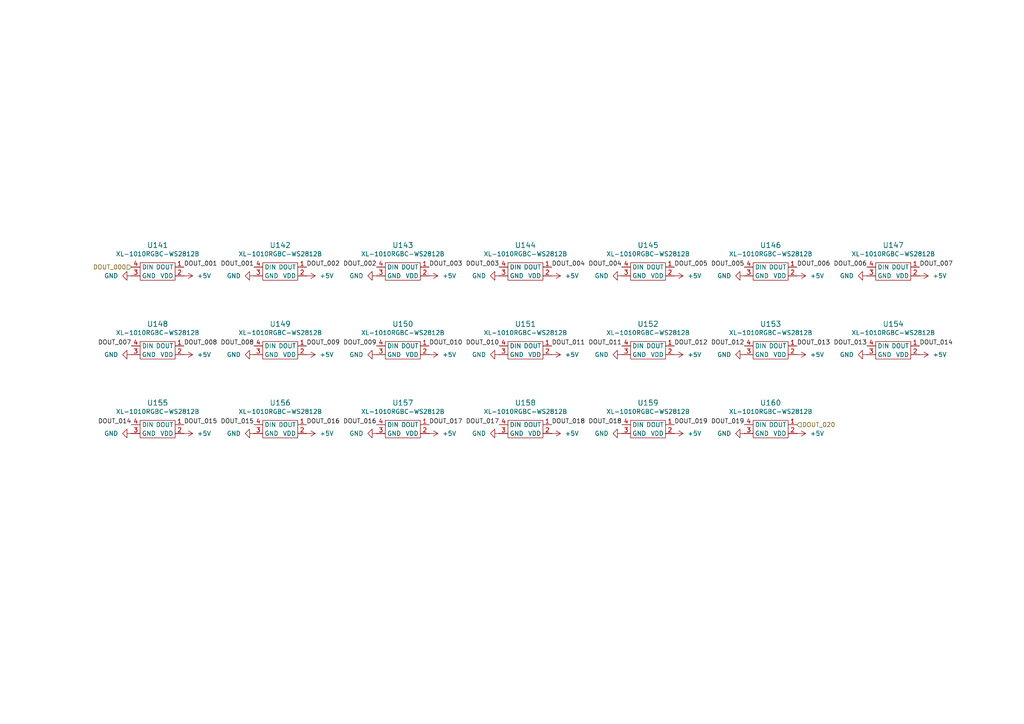
<source format=kicad_sch>
(kicad_sch (version 20250114) (generator "eeschema") (generator_version "9.0")
  (paper "A4")
  (lib_symbols
    (symbol "SK6805-EC10-000:SK6805_EC10-000"
      (property "Reference" "U" (at -2.54 3.556 0))
      (property "Value" "XL-1010RGBC-WS2812B" (at 1.016 -3.81 0))
      (symbol "SK6805_EC10-000_1_1"
        (rectangle (start -5.08 2.54) (end 5.08 -2.54))
        (pin passive line (at -7.62 1.27 0) (length 2.54) (name "DIN") (number "4"))
        (pin passive line (at -7.62 -1.27 0) (length 2.54) (name "GND") (number "3"))
        (pin passive line (at 7.62 1.27 180) (length 2.54) (name "DOUT") (number "1"))
        (pin passive line (at 7.62 -1.27 180) (length 2.54) (name "VDD") (number "2"))
      )
    )
    (symbol "power:+5V" (power) (pin_numbers (hide yes)) (pin_names (offset 0) (hide yes))
      (property "Value" "+5V" (at 0 3.556 0))
      (symbol "+5V_0_1"
        (polyline (pts (xy -0.762 1.27) (xy 0 2.54)))
        (polyline (pts (xy 0 2.54) (xy 0.762 1.27)))
        (polyline (pts (xy 0 0) (xy 0 2.54)))
      )
      (symbol "+5V_1_1"
        (pin power_in line (at 0 0 90) (length 0) (name "~") (number "1"))
      )
    )
    (symbol "power:GND" (power) (pin_numbers (hide yes)) (pin_names (offset 0) (hide yes))
      (property "Value" "GND" (at 0 -3.81 0))
      (symbol "GND_0_1"
        (polyline (pts (xy 0 0) (xy 0 -1.27) (xy 1.27 -1.27) (xy 0 -2.54) (xy -1.27 -1.27) (xy 0 -1.27)))
      )
      (symbol "GND_1_1"
        (pin power_in line (at 0 0 270) (length 0) (name "~") (number "1"))
      )
    )
  )
  (label "DOUT_017" (at 144.78 123.19 180))
  (label "DOUT_013" (at 231.14 100.33 0))
  (label "DOUT_002" (at 88.9 77.47 0))
  (label "DOUT_012" (at 215.9 100.33 180))
  (label "DOUT_004" (at 180.34 77.47 180))
  (label "DOUT_015" (at 73.66 123.19 180))
  (label "DOUT_004" (at 160.02 77.47 0))
  (label "DOUT_003" (at 144.78 77.47 180))
  (label "DOUT_011" (at 180.34 100.33 180))
  (label "DOUT_015" (at 53.34 123.19 0))
  (label "DOUT_014" (at 38.1 123.19 180))
  (label "DOUT_001" (at 53.34 77.47 0))
  (label "DOUT_002" (at 109.22 77.47 180))
  (label "DOUT_016" (at 88.9 123.19 0))
  (label "DOUT_010" (at 124.46 100.33 0))
  (label "DOUT_003" (at 124.46 77.47 0))
  (label "DOUT_005" (at 215.9 77.47 180))
  (label "DOUT_016" (at 109.22 123.19 180))
  (label "DOUT_012" (at 195.58 100.33 0))
  (label "DOUT_019" (at 195.58 123.19 0))
  (label "DOUT_001" (at 73.66 77.47 180))
  (label "DOUT_014" (at 266.7 100.33 0))
  (label "DOUT_006" (at 251.46 77.47 180))
  (label "DOUT_018" (at 160.02 123.19 0))
  (label "DOUT_017" (at 124.46 123.19 0))
  (label "DOUT_007" (at 266.7 77.47 0))
  (label "DOUT_009" (at 109.22 100.33 180))
  (label "DOUT_008" (at 73.66 100.33 180))
  (label "DOUT_007" (at 38.1 100.33 180))
  (label "DOUT_009" (at 88.9 100.33 0))
  (label "DOUT_018" (at 180.34 123.19 180))
  (label "DOUT_019" (at 215.9 123.19 180))
  (label "DOUT_008" (at 53.34 100.33 0))
  (label "DOUT_013" (at 251.46 100.33 180))
  (label "DOUT_011" (at 160.02 100.33 0))
  (label "DOUT_005" (at 195.58 77.47 0))
  (label "DOUT_010" (at 144.78 100.33 180))
  (label "DOUT_006" (at 231.14 77.47 0))
  (hierarchical_label "DOUT_020" (shape input) (at 231.14 123.19 0))
  (hierarchical_label "DOUT_000" (shape input) (at 38.1 77.47 180))
  (symbol (lib_id "SK6805-EC10-000:SK6805_EC10-000") (at 223.52 101.6 0) (unit 1)
    (property "Reference" "U153" (at 223.52 93.98 0) (effects (font (size 1.524 1.524))))
    (property "Value" "XL-1010RGBC-WS2812B" (at 223.52 96.52 0))
    (property "Footprint" "SK6805-EC10-000:SMD-4P,1.1x1.1mm" (effects (hide yes)))
    (property "Datasheet" "4492" (effects (hide yes)))
    (property "LCSC" "C5349953" (effects (hide yes)))
  )
  (symbol (lib_id "power:+5V") (at 53.34 125.73 270) (unit 1)
    (property "Reference" "#PWR572" (effects (hide yes)))
    (property "Value" "+5V" (at 57.15 125.7301 90) (effects (justify left)))
    (property "Description" "Power symbol creates a global label with name \"+5V\"" (effects (hide yes)))
  )
  (symbol (lib_id "SK6805-EC10-000:SK6805_EC10-000") (at 152.4 124.46 0) (unit 1)
    (property "Reference" "U158" (at 152.4 116.84 0) (effects (font (size 1.524 1.524))))
    (property "Value" "XL-1010RGBC-WS2812B" (at 152.4 119.38 0))
    (property "Footprint" "SK6805-EC10-000:SMD-4P,1.1x1.1mm" (effects (hide yes)))
    (property "Datasheet" "4492" (effects (hide yes)))
    (property "LCSC" "C5349953" (effects (hide yes)))
  )
  (symbol (lib_id "power:+5V") (at 160.02 80.01 270) (unit 1)
    (property "Reference" "#PWR606" (effects (hide yes)))
    (property "Value" "+5V" (at 163.83 80.0101 90) (effects (justify left)))
    (property "Description" "Power symbol creates a global label with name \"+5V\"" (effects (hide yes)))
  )
  (symbol (lib_id "SK6805-EC10-000:SK6805_EC10-000") (at 223.52 124.46 0) (unit 1)
    (property "Reference" "U160" (at 223.52 116.84 0) (effects (font (size 1.524 1.524))))
    (property "Value" "XL-1010RGBC-WS2812B" (at 223.52 119.38 0))
    (property "Footprint" "SK6805-EC10-000:SMD-4P,1.1x1.1mm" (effects (hide yes)))
    (property "Datasheet" "4492" (effects (hide yes)))
    (property "LCSC" "C5349953" (effects (hide yes)))
  )
  (symbol (lib_id "power:+5V") (at 160.02 102.87 270) (unit 1)
    (property "Reference" "#PWR607" (effects (hide yes)))
    (property "Value" "+5V" (at 163.83 102.8701 90) (effects (justify left)))
    (property "Description" "Power symbol creates a global label with name \"+5V\"" (effects (hide yes)))
  )
  (symbol (lib_id "SK6805-EC10-000:SK6805_EC10-000") (at 81.28 101.6 0) (unit 1)
    (property "Reference" "U149" (at 81.28 93.98 0) (effects (font (size 1.524 1.524))))
    (property "Value" "XL-1010RGBC-WS2812B" (at 81.28 96.52 0))
    (property "Footprint" "SK6805-EC10-000:SMD-4P,1.1x1.1mm" (effects (hide yes)))
    (property "Datasheet" "4492" (effects (hide yes)))
    (property "LCSC" "C5349953" (effects (hide yes)))
  )
  (symbol (lib_id "SK6805-EC10-000:SK6805_EC10-000") (at 116.84 124.46 0) (unit 1)
    (property "Reference" "U157" (at 116.84 116.84 0) (effects (font (size 1.524 1.524))))
    (property "Value" "XL-1010RGBC-WS2812B" (at 116.84 119.38 0))
    (property "Footprint" "SK6805-EC10-000:SMD-4P,1.1x1.1mm" (effects (hide yes)))
    (property "Datasheet" "4492" (effects (hide yes)))
    (property "LCSC" "C5349953" (effects (hide yes)))
  )
  (symbol (lib_id "SK6805-EC10-000:SK6805_EC10-000") (at 259.08 101.6 0) (unit 1)
    (property "Reference" "U154" (at 259.08 93.98 0) (effects (font (size 1.524 1.524))))
    (property "Value" "XL-1010RGBC-WS2812B" (at 259.08 96.52 0))
    (property "Footprint" "SK6805-EC10-000:SMD-4P,1.1x1.1mm" (effects (hide yes)))
    (property "Datasheet" "4492" (effects (hide yes)))
    (property "LCSC" "C5349953" (effects (hide yes)))
  )
  (symbol (lib_id "SK6805-EC10-000:SK6805_EC10-000") (at 81.28 124.46 0) (unit 1)
    (property "Reference" "U156" (at 81.28 116.84 0) (effects (font (size 1.524 1.524))))
    (property "Value" "XL-1010RGBC-WS2812B" (at 81.28 119.38 0))
    (property "Footprint" "SK6805-EC10-000:SMD-4P,1.1x1.1mm" (effects (hide yes)))
    (property "Datasheet" "4492" (effects (hide yes)))
    (property "LCSC" "C5349953" (effects (hide yes)))
  )
  (symbol (lib_id "power:GND") (at 144.78 80.01 270) (unit 1)
    (property "Reference" "#PWR597" (effects (hide yes)))
    (property "Value" "GND" (at 140.97 80.0099 90) (effects (justify right)))
    (property "Description" "Power symbol creates a global label with name \"GND\" , ground" (effects (hide yes)))
  )
  (symbol (lib_id "SK6805-EC10-000:SK6805_EC10-000") (at 152.4 101.6 0) (unit 1)
    (property "Reference" "U151" (at 152.4 93.98 0) (effects (font (size 1.524 1.524))))
    (property "Value" "XL-1010RGBC-WS2812B" (at 152.4 96.52 0))
    (property "Footprint" "SK6805-EC10-000:SMD-4P,1.1x1.1mm" (effects (hide yes)))
    (property "Datasheet" "4492" (effects (hide yes)))
    (property "LCSC" "C5349953" (effects (hide yes)))
  )
  (symbol (lib_id "power:+5V") (at 160.02 125.73 270) (unit 1)
    (property "Reference" "#PWR608" (effects (hide yes)))
    (property "Value" "+5V" (at 163.83 125.7301 90) (effects (justify left)))
    (property "Description" "Power symbol creates a global label with name \"+5V\"" (effects (hide yes)))
  )
  (symbol (lib_id "power:+5V") (at 88.9 125.73 270) (unit 1)
    (property "Reference" "#PWR584" (effects (hide yes)))
    (property "Value" "+5V" (at 92.71 125.7301 90) (effects (justify left)))
    (property "Description" "Power symbol creates a global label with name \"+5V\"" (effects (hide yes)))
  )
  (symbol (lib_id "SK6805-EC10-000:SK6805_EC10-000") (at 45.72 101.6 0) (unit 1)
    (property "Reference" "U148" (at 45.72 93.98 0) (effects (font (size 1.524 1.524))))
    (property "Value" "XL-1010RGBC-WS2812B" (at 45.72 96.52 0))
    (property "Footprint" "SK6805-EC10-000:SMD-4P,1.1x1.1mm" (effects (hide yes)))
    (property "Datasheet" "4492" (effects (hide yes)))
    (property "LCSC" "C5349953" (effects (hide yes)))
  )
  (symbol (lib_id "power:GND") (at 38.1 125.73 270) (unit 1)
    (property "Reference" "#PWR563" (effects (hide yes)))
    (property "Value" "GND" (at 34.29 125.7299 90) (effects (justify right)))
    (property "Description" "Power symbol creates a global label with name \"GND\" , ground" (effects (hide yes)))
  )
  (symbol (lib_id "power:GND") (at 180.34 80.01 270) (unit 1)
    (property "Reference" "#PWR609" (effects (hide yes)))
    (property "Value" "GND" (at 176.53 80.0099 90) (effects (justify right)))
    (property "Description" "Power symbol creates a global label with name \"GND\" , ground" (effects (hide yes)))
  )
  (symbol (lib_id "power:GND") (at 109.22 125.73 270) (unit 1)
    (property "Reference" "#PWR587" (effects (hide yes)))
    (property "Value" "GND" (at 105.41 125.7299 90) (effects (justify right)))
    (property "Description" "Power symbol creates a global label with name \"GND\" , ground" (effects (hide yes)))
  )
  (symbol (lib_id "power:GND") (at 73.66 125.73 270) (unit 1)
    (property "Reference" "#PWR575" (effects (hide yes)))
    (property "Value" "GND" (at 69.85 125.7299 90) (effects (justify right)))
    (property "Description" "Power symbol creates a global label with name \"GND\" , ground" (effects (hide yes)))
  )
  (symbol (lib_id "SK6805-EC10-000:SK6805_EC10-000") (at 223.52 78.74 0) (unit 1)
    (property "Reference" "U146" (at 223.52 71.12 0) (effects (font (size 1.524 1.524))))
    (property "Value" "XL-1010RGBC-WS2812B" (at 223.52 73.66 0))
    (property "Footprint" "SK6805-EC10-000:SMD-4P,1.1x1.1mm" (effects (hide yes)))
    (property "Datasheet" "4492" (effects (hide yes)))
    (property "LCSC" "C5349953" (effects (hide yes)))
  )
  (symbol (lib_id "power:GND") (at 215.9 125.73 270) (unit 1)
    (property "Reference" "#PWR623" (effects (hide yes)))
    (property "Value" "GND" (at 212.09 125.7299 90) (effects (justify right)))
    (property "Description" "Power symbol creates a global label with name \"GND\" , ground" (effects (hide yes)))
  )
  (symbol (lib_id "power:+5V") (at 195.58 80.01 270) (unit 1)
    (property "Reference" "#PWR618" (effects (hide yes)))
    (property "Value" "+5V" (at 199.39 80.0101 90) (effects (justify left)))
    (property "Description" "Power symbol creates a global label with name \"+5V\"" (effects (hide yes)))
  )
  (symbol (lib_id "power:+5V") (at 266.7 102.87 270) (unit 1)
    (property "Reference" "#PWR640" (effects (hide yes)))
    (property "Value" "+5V" (at 270.51 102.8701 90) (effects (justify left)))
    (property "Description" "Power symbol creates a global label with name \"+5V\"" (effects (hide yes)))
  )
  (symbol (lib_id "SK6805-EC10-000:SK6805_EC10-000") (at 45.72 78.74 0) (unit 1)
    (property "Reference" "U141" (at 45.72 71.12 0) (effects (font (size 1.524 1.524))))
    (property "Value" "XL-1010RGBC-WS2812B" (at 45.72 73.66 0))
    (property "Footprint" "SK6805-EC10-000:SMD-4P,1.1x1.1mm" (effects (hide yes)))
    (property "Datasheet" "4492" (effects (hide yes)))
    (property "LCSC" "C5349953" (effects (hide yes)))
  )
  (symbol (lib_id "power:+5V") (at 231.14 125.73 270) (unit 1)
    (property "Reference" "#PWR632" (effects (hide yes)))
    (property "Value" "+5V" (at 234.95 125.7301 90) (effects (justify left)))
    (property "Description" "Power symbol creates a global label with name \"+5V\"" (effects (hide yes)))
  )
  (symbol (lib_id "power:+5V") (at 266.7 80.01 270) (unit 1)
    (property "Reference" "#PWR639" (effects (hide yes)))
    (property "Value" "+5V" (at 270.51 80.0101 90) (effects (justify left)))
    (property "Description" "Power symbol creates a global label with name \"+5V\"" (effects (hide yes)))
  )
  (symbol (lib_id "power:GND") (at 109.22 80.01 270) (unit 1)
    (property "Reference" "#PWR585" (effects (hide yes)))
    (property "Value" "GND" (at 105.41 80.0099 90) (effects (justify right)))
    (property "Description" "Power symbol creates a global label with name \"GND\" , ground" (effects (hide yes)))
  )
  (symbol (lib_id "SK6805-EC10-000:SK6805_EC10-000") (at 187.96 124.46 0) (unit 1)
    (property "Reference" "U159" (at 187.96 116.84 0) (effects (font (size 1.524 1.524))))
    (property "Value" "XL-1010RGBC-WS2812B" (at 187.96 119.38 0))
    (property "Footprint" "SK6805-EC10-000:SMD-4P,1.1x1.1mm" (effects (hide yes)))
    (property "Datasheet" "4492" (effects (hide yes)))
    (property "LCSC" "C5349953" (effects (hide yes)))
  )
  (symbol (lib_id "power:GND") (at 73.66 102.87 270) (unit 1)
    (property "Reference" "#PWR574" (effects (hide yes)))
    (property "Value" "GND" (at 69.85 102.8699 90) (effects (justify right)))
    (property "Description" "Power symbol creates a global label with name \"GND\" , ground" (effects (hide yes)))
  )
  (symbol (lib_id "power:GND") (at 215.9 80.01 270) (unit 1)
    (property "Reference" "#PWR621" (effects (hide yes)))
    (property "Value" "GND" (at 212.09 80.0099 90) (effects (justify right)))
    (property "Description" "Power symbol creates a global label with name \"GND\" , ground" (effects (hide yes)))
  )
  (symbol (lib_id "power:GND") (at 73.66 80.01 270) (unit 1)
    (property "Reference" "#PWR573" (effects (hide yes)))
    (property "Value" "GND" (at 69.85 80.0099 90) (effects (justify right)))
    (property "Description" "Power symbol creates a global label with name \"GND\" , ground" (effects (hide yes)))
  )
  (symbol (lib_id "power:+5V") (at 53.34 80.01 270) (unit 1)
    (property "Reference" "#PWR570" (effects (hide yes)))
    (property "Value" "+5V" (at 57.15 80.0101 90) (effects (justify left)))
    (property "Description" "Power symbol creates a global label with name \"+5V\"" (effects (hide yes)))
  )
  (symbol (lib_id "power:GND") (at 215.9 102.87 270) (unit 1)
    (property "Reference" "#PWR622" (effects (hide yes)))
    (property "Value" "GND" (at 212.09 102.8699 90) (effects (justify right)))
    (property "Description" "Power symbol creates a global label with name \"GND\" , ground" (effects (hide yes)))
  )
  (symbol (lib_id "power:+5V") (at 88.9 102.87 270) (unit 1)
    (property "Reference" "#PWR583" (effects (hide yes)))
    (property "Value" "+5V" (at 92.71 102.8701 90) (effects (justify left)))
    (property "Description" "Power symbol creates a global label with name \"+5V\"" (effects (hide yes)))
  )
  (symbol (lib_id "power:+5V") (at 124.46 80.01 270) (unit 1)
    (property "Reference" "#PWR594" (effects (hide yes)))
    (property "Value" "+5V" (at 128.27 80.0101 90) (effects (justify left)))
    (property "Description" "Power symbol creates a global label with name \"+5V\"" (effects (hide yes)))
  )
  (symbol (lib_id "SK6805-EC10-000:SK6805_EC10-000") (at 45.72 124.46 0) (unit 1)
    (property "Reference" "U155" (at 45.72 116.84 0) (effects (font (size 1.524 1.524))))
    (property "Value" "XL-1010RGBC-WS2812B" (at 45.72 119.38 0))
    (property "Footprint" "SK6805-EC10-000:SMD-4P,1.1x1.1mm" (effects (hide yes)))
    (property "Datasheet" "4492" (effects (hide yes)))
    (property "LCSC" "C5349953" (effects (hide yes)))
  )
  (symbol (lib_id "power:GND") (at 144.78 125.73 270) (unit 1)
    (property "Reference" "#PWR599" (effects (hide yes)))
    (property "Value" "GND" (at 140.97 125.7299 90) (effects (justify right)))
    (property "Description" "Power symbol creates a global label with name \"GND\" , ground" (effects (hide yes)))
  )
  (symbol (lib_id "power:GND") (at 109.22 102.87 270) (unit 1)
    (property "Reference" "#PWR586" (effects (hide yes)))
    (property "Value" "GND" (at 105.41 102.8699 90) (effects (justify right)))
    (property "Description" "Power symbol creates a global label with name \"GND\" , ground" (effects (hide yes)))
  )
  (symbol (lib_id "SK6805-EC10-000:SK6805_EC10-000") (at 259.08 78.74 0) (unit 1)
    (property "Reference" "U147" (at 259.08 71.12 0) (effects (font (size 1.524 1.524))))
    (property "Value" "XL-1010RGBC-WS2812B" (at 259.08 73.66 0))
    (property "Footprint" "SK6805-EC10-000:SMD-4P,1.1x1.1mm" (effects (hide yes)))
    (property "Datasheet" "4492" (effects (hide yes)))
    (property "LCSC" "C5349953" (effects (hide yes)))
  )
  (symbol (lib_id "power:+5V") (at 195.58 102.87 270) (unit 1)
    (property "Reference" "#PWR619" (effects (hide yes)))
    (property "Value" "+5V" (at 199.39 102.8701 90) (effects (justify left)))
    (property "Description" "Power symbol creates a global label with name \"+5V\"" (effects (hide yes)))
  )
  (symbol (lib_id "power:+5V") (at 88.9 80.01 270) (unit 1)
    (property "Reference" "#PWR582" (effects (hide yes)))
    (property "Value" "+5V" (at 92.71 80.0101 90) (effects (justify left)))
    (property "Description" "Power symbol creates a global label with name \"+5V\"" (effects (hide yes)))
  )
  (symbol (lib_id "power:+5V") (at 124.46 102.87 270) (unit 1)
    (property "Reference" "#PWR595" (effects (hide yes)))
    (property "Value" "+5V" (at 128.27 102.8701 90) (effects (justify left)))
    (property "Description" "Power symbol creates a global label with name \"+5V\"" (effects (hide yes)))
  )
  (symbol (lib_id "power:+5V") (at 53.34 102.87 270) (unit 1)
    (property "Reference" "#PWR571" (effects (hide yes)))
    (property "Value" "+5V" (at 57.15 102.8701 90) (effects (justify left)))
    (property "Description" "Power symbol creates a global label with name \"+5V\"" (effects (hide yes)))
  )
  (symbol (lib_id "power:GND") (at 144.78 102.87 270) (unit 1)
    (property "Reference" "#PWR598" (effects (hide yes)))
    (property "Value" "GND" (at 140.97 102.8699 90) (effects (justify right)))
    (property "Description" "Power symbol creates a global label with name \"GND\" , ground" (effects (hide yes)))
  )
  (symbol (lib_id "power:GND") (at 180.34 102.87 270) (unit 1)
    (property "Reference" "#PWR610" (effects (hide yes)))
    (property "Value" "GND" (at 176.53 102.8699 90) (effects (justify right)))
    (property "Description" "Power symbol creates a global label with name \"GND\" , ground" (effects (hide yes)))
  )
  (symbol (lib_id "SK6805-EC10-000:SK6805_EC10-000") (at 116.84 101.6 0) (unit 1)
    (property "Reference" "U150" (at 116.84 93.98 0) (effects (font (size 1.524 1.524))))
    (property "Value" "XL-1010RGBC-WS2812B" (at 116.84 96.52 0))
    (property "Footprint" "SK6805-EC10-000:SMD-4P,1.1x1.1mm" (effects (hide yes)))
    (property "Datasheet" "4492" (effects (hide yes)))
    (property "LCSC" "C5349953" (effects (hide yes)))
  )
  (symbol (lib_id "power:GND") (at 180.34 125.73 270) (unit 1)
    (property "Reference" "#PWR611" (effects (hide yes)))
    (property "Value" "GND" (at 176.53 125.7299 90) (effects (justify right)))
    (property "Description" "Power symbol creates a global label with name \"GND\" , ground" (effects (hide yes)))
  )
  (symbol (lib_id "power:+5V") (at 231.14 80.01 270) (unit 1)
    (property "Reference" "#PWR630" (effects (hide yes)))
    (property "Value" "+5V" (at 234.95 80.0101 90) (effects (justify left)))
    (property "Description" "Power symbol creates a global label with name \"+5V\"" (effects (hide yes)))
  )
  (symbol (lib_id "power:+5V") (at 124.46 125.73 270) (unit 1)
    (property "Reference" "#PWR596" (effects (hide yes)))
    (property "Value" "+5V" (at 128.27 125.7301 90) (effects (justify left)))
    (property "Description" "Power symbol creates a global label with name \"+5V\"" (effects (hide yes)))
  )
  (symbol (lib_id "power:+5V") (at 195.58 125.73 270) (unit 1)
    (property "Reference" "#PWR620" (effects (hide yes)))
    (property "Value" "+5V" (at 199.39 125.7301 90) (effects (justify left)))
    (property "Description" "Power symbol creates a global label with name \"+5V\"" (effects (hide yes)))
  )
  (symbol (lib_id "power:GND") (at 38.1 102.87 270) (unit 1)
    (property "Reference" "#PWR562" (effects (hide yes)))
    (property "Value" "GND" (at 34.29 102.8699 90) (effects (justify right)))
    (property "Description" "Power symbol creates a global label with name \"GND\" , ground" (effects (hide yes)))
  )
  (symbol (lib_id "power:+5V") (at 231.14 102.87 270) (unit 1)
    (property "Reference" "#PWR631" (effects (hide yes)))
    (property "Value" "+5V" (at 234.95 102.8701 90) (effects (justify left)))
    (property "Description" "Power symbol creates a global label with name \"+5V\"" (effects (hide yes)))
  )
  (symbol (lib_id "SK6805-EC10-000:SK6805_EC10-000") (at 116.84 78.74 0) (unit 1)
    (property "Reference" "U143" (at 116.84 71.12 0) (effects (font (size 1.524 1.524))))
    (property "Value" "XL-1010RGBC-WS2812B" (at 116.84 73.66 0))
    (property "Footprint" "SK6805-EC10-000:SMD-4P,1.1x1.1mm" (effects (hide yes)))
    (property "Datasheet" "4492" (effects (hide yes)))
    (property "LCSC" "C5349953" (effects (hide yes)))
  )
  (symbol (lib_id "SK6805-EC10-000:SK6805_EC10-000") (at 187.96 101.6 0) (unit 1)
    (property "Reference" "U152" (at 187.96 93.98 0) (effects (font (size 1.524 1.524))))
    (property "Value" "XL-1010RGBC-WS2812B" (at 187.96 96.52 0))
    (property "Footprint" "SK6805-EC10-000:SMD-4P,1.1x1.1mm" (effects (hide yes)))
    (property "Datasheet" "4492" (effects (hide yes)))
    (property "LCSC" "C5349953" (effects (hide yes)))
  )
  (symbol (lib_id "power:GND") (at 251.46 80.01 270) (unit 1)
    (property "Reference" "#PWR633" (effects (hide yes)))
    (property "Value" "GND" (at 247.65 80.0099 90) (effects (justify right)))
    (property "Description" "Power symbol creates a global label with name \"GND\" , ground" (effects (hide yes)))
  )
  (symbol (lib_id "power:GND") (at 38.1 80.01 270) (unit 1)
    (property "Reference" "#PWR561" (effects (hide yes)))
    (property "Value" "GND" (at 34.29 80.0099 90) (effects (justify right)))
    (property "Description" "Power symbol creates a global label with name \"GND\" , ground" (effects (hide yes)))
  )
  (symbol (lib_id "SK6805-EC10-000:SK6805_EC10-000") (at 187.96 78.74 0) (unit 1)
    (property "Reference" "U145" (at 187.96 71.12 0) (effects (font (size 1.524 1.524))))
    (property "Value" "XL-1010RGBC-WS2812B" (at 187.96 73.66 0))
    (property "Footprint" "SK6805-EC10-000:SMD-4P,1.1x1.1mm" (effects (hide yes)))
    (property "Datasheet" "4492" (effects (hide yes)))
    (property "LCSC" "C5349953" (effects (hide yes)))
  )
  (symbol (lib_id "SK6805-EC10-000:SK6805_EC10-000") (at 81.28 78.74 0) (unit 1)
    (property "Reference" "U142" (at 81.28 71.12 0) (effects (font (size 1.524 1.524))))
    (property "Value" "XL-1010RGBC-WS2812B" (at 81.28 73.66 0))
    (property "Footprint" "SK6805-EC10-000:SMD-4P,1.1x1.1mm" (effects (hide yes)))
    (property "Datasheet" "4492" (effects (hide yes)))
    (property "LCSC" "C5349953" (effects (hide yes)))
  )
  (symbol (lib_id "SK6805-EC10-000:SK6805_EC10-000") (at 152.4 78.74 0) (unit 1)
    (property "Reference" "U144" (at 152.4 71.12 0) (effects (font (size 1.524 1.524))))
    (property "Value" "XL-1010RGBC-WS2812B" (at 152.4 73.66 0))
    (property "Footprint" "SK6805-EC10-000:SMD-4P,1.1x1.1mm" (effects (hide yes)))
    (property "Datasheet" "4492" (effects (hide yes)))
    (property "LCSC" "C5349953" (effects (hide yes)))
  )
  (symbol (lib_id "power:GND") (at 251.46 102.87 270) (unit 1)
    (property "Reference" "#PWR634" (effects (hide yes)))
    (property "Value" "GND" (at 247.65 102.8699 90) (effects (justify right)))
    (property "Description" "Power symbol creates a global label with name \"GND\" , ground" (effects (hide yes)))
  )
)
</source>
